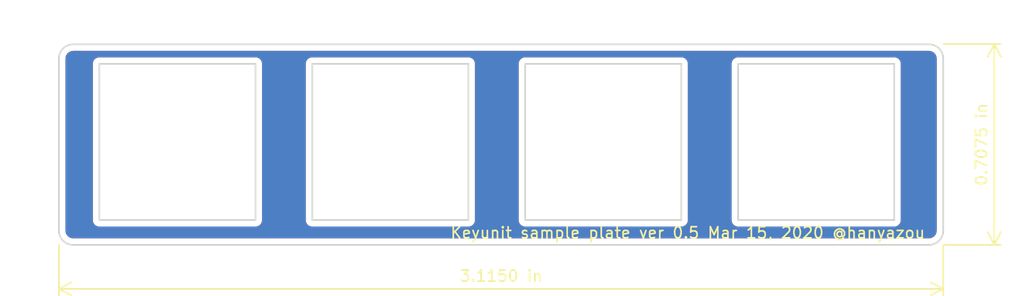
<source format=kicad_pcb>
(kicad_pcb (version 20171130) (host pcbnew "(5.1.5-0-10_14)")

  (general
    (thickness 1.6)
    (drawings 27)
    (tracks 0)
    (zones 0)
    (modules 0)
    (nets 1)
  )

  (page A4)
  (layers
    (0 F.Cu signal)
    (31 B.Cu signal)
    (32 B.Adhes user)
    (33 F.Adhes user)
    (34 B.Paste user)
    (35 F.Paste user)
    (36 B.SilkS user)
    (37 F.SilkS user)
    (38 B.Mask user)
    (39 F.Mask user)
    (40 Dwgs.User user)
    (41 Cmts.User user)
    (42 Eco1.User user)
    (43 Eco2.User user)
    (44 Edge.Cuts user)
    (45 Margin user)
    (46 B.CrtYd user)
    (47 F.CrtYd user)
    (48 B.Fab user)
    (49 F.Fab user)
  )

  (setup
    (last_trace_width 0.25)
    (trace_clearance 0.2)
    (zone_clearance 0.508)
    (zone_45_only no)
    (trace_min 0.2)
    (via_size 0.8)
    (via_drill 0.4)
    (via_min_size 0.4)
    (via_min_drill 0.3)
    (uvia_size 0.3)
    (uvia_drill 0.1)
    (uvias_allowed no)
    (uvia_min_size 0.2)
    (uvia_min_drill 0.1)
    (edge_width 0.15)
    (segment_width 0.2)
    (pcb_text_width 0.25)
    (pcb_text_size 1 1)
    (mod_edge_width 0.15)
    (mod_text_size 1 1)
    (mod_text_width 0.15)
    (pad_size 2.2 2.2)
    (pad_drill 2.2)
    (pad_to_mask_clearance 0.051)
    (solder_mask_min_width 0.25)
    (aux_axis_origin 0 0)
    (grid_origin 24.511 70.485)
    (visible_elements 7FFFFFFF)
    (pcbplotparams
      (layerselection 0x030f0_ffffffff)
      (usegerberextensions false)
      (usegerberattributes false)
      (usegerberadvancedattributes false)
      (creategerberjobfile false)
      (excludeedgelayer true)
      (linewidth 0.100000)
      (plotframeref false)
      (viasonmask false)
      (mode 1)
      (useauxorigin false)
      (hpglpennumber 1)
      (hpglpenspeed 20)
      (hpglpendiameter 15.000000)
      (psnegative false)
      (psa4output false)
      (plotreference true)
      (plotvalue true)
      (plotinvisibletext false)
      (padsonsilk false)
      (subtractmaskfromsilk false)
      (outputformat 1)
      (mirror false)
      (drillshape 0)
      (scaleselection 1)
      (outputdirectory "keyunit-plate-0.5"))
  )

  (net 0 "")

  (net_class Default "This is the default net class."
    (clearance 0.2)
    (trace_width 0.25)
    (via_dia 0.8)
    (via_drill 0.4)
    (uvia_dia 0.3)
    (uvia_drill 0.1)
  )

  (dimension 17.9705 (width 0.15) (layer F.SilkS)
    (gr_text "17.9705 mm" (at 98.8995 70.70725 90) (layer F.SilkS)
      (effects (font (size 1 1) (thickness 0.15)))
    )
    (feature1 (pts (xy 93.0275 61.722) (xy 98.185921 61.722)))
    (feature2 (pts (xy 93.0275 79.6925) (xy 98.185921 79.6925)))
    (crossbar (pts (xy 97.5995 79.6925) (xy 97.5995 61.722)))
    (arrow1a (pts (xy 97.5995 61.722) (xy 98.185921 62.848504)))
    (arrow1b (pts (xy 97.5995 61.722) (xy 97.013079 62.848504)))
    (arrow2a (pts (xy 97.5995 79.6925) (xy 98.185921 78.565996)))
    (arrow2b (pts (xy 97.5995 79.6925) (xy 97.013079 78.565996)))
  )
  (dimension 79.121 (width 0.15) (layer F.SilkS)
    (gr_text "79.121 mm" (at 53.467 84.9295) (layer F.SilkS)
      (effects (font (size 1 1) (thickness 0.15)))
    )
    (feature1 (pts (xy 93.0275 79.6925) (xy 93.0275 84.215921)))
    (feature2 (pts (xy 13.9065 79.6925) (xy 13.9065 84.215921)))
    (crossbar (pts (xy 13.9065 83.6295) (xy 93.0275 83.6295)))
    (arrow1a (pts (xy 93.0275 83.6295) (xy 91.900996 84.215921)))
    (arrow1b (pts (xy 93.0275 83.6295) (xy 91.900996 83.043079)))
    (arrow2a (pts (xy 13.9065 83.6295) (xy 15.033004 84.215921)))
    (arrow2b (pts (xy 13.9065 83.6295) (xy 15.033004 83.043079)))
  )
  (gr_text "Keyunit sample plate ver 0.5 Mar 15, 2020 @hanyazou" (at 70.1675 78.613) (layer F.SilkS)
    (effects (font (size 1 1) (thickness 0.15)))
  )
  (gr_line (start 17.526 63.5) (end 31.496 63.5) (layer Edge.Cuts) (width 0.15) (tstamp 5EBEBC1E))
  (gr_line (start 31.496 63.5) (end 31.496 77.47) (layer Edge.Cuts) (width 0.15) (tstamp 5EBEBC1D))
  (gr_line (start 17.526 77.47) (end 17.526 63.5) (layer Edge.Cuts) (width 0.15) (tstamp 5EBEBC1C))
  (gr_line (start 31.496 77.47) (end 17.526 77.47) (layer Edge.Cuts) (width 0.15) (tstamp 5EBEBC1B))
  (gr_line (start 36.576 63.5) (end 50.546 63.5) (layer Edge.Cuts) (width 0.15) (tstamp 5EBEBC16))
  (gr_line (start 50.546 77.47) (end 36.576 77.47) (layer Edge.Cuts) (width 0.15) (tstamp 5EBEBC15))
  (gr_line (start 36.576 77.47) (end 36.576 63.5) (layer Edge.Cuts) (width 0.15) (tstamp 5EBEBC14))
  (gr_line (start 50.546 63.5) (end 50.546 77.47) (layer Edge.Cuts) (width 0.15) (tstamp 5EBEBC13))
  (gr_line (start 69.596 77.47) (end 55.626 77.47) (layer Edge.Cuts) (width 0.15) (tstamp 5EBEBC0E))
  (gr_line (start 55.626 63.5) (end 69.596 63.5) (layer Edge.Cuts) (width 0.15) (tstamp 5EBEBC0D))
  (gr_line (start 55.626 77.47) (end 55.626 63.5) (layer Edge.Cuts) (width 0.15) (tstamp 5EBEBC0C))
  (gr_line (start 69.596 63.5) (end 69.596 77.47) (layer Edge.Cuts) (width 0.15) (tstamp 5EBEBC0B))
  (gr_line (start 74.676 77.47) (end 74.676 63.5) (layer Edge.Cuts) (width 0.15) (tstamp 5EBEBC07))
  (gr_line (start 88.646 77.47) (end 74.676 77.47) (layer Edge.Cuts) (width 0.15))
  (gr_line (start 88.646 63.5) (end 88.646 77.47) (layer Edge.Cuts) (width 0.15))
  (gr_line (start 74.676 63.5) (end 88.646 63.5) (layer Edge.Cuts) (width 0.15))
  (gr_arc (start 91.7575 63.02375) (end 93.0275 63.02375) (angle -90) (layer Edge.Cuts) (width 0.15) (tstamp 5EBF1764))
  (gr_arc (start 91.7575 78.4225) (end 91.7575 79.6925) (angle -90) (layer Edge.Cuts) (width 0.15) (tstamp 5EBF1752))
  (gr_arc (start 15.1765 78.4225) (end 13.9065 78.4225) (angle -90) (layer Edge.Cuts) (width 0.15) (tstamp 5EBF3CDE))
  (gr_arc (start 15.1765 63.02375) (end 15.1765 61.75375) (angle -90) (layer Edge.Cuts) (width 0.15))
  (gr_line (start 13.9065 78.4225) (end 13.9065 63.02375) (layer Edge.Cuts) (width 0.15) (tstamp 5EBF0403))
  (gr_line (start 91.7575 79.6925) (end 15.1765 79.6925) (layer Edge.Cuts) (width 0.15) (tstamp 5EBF4D83))
  (gr_line (start 93.0275 63.02375) (end 93.0275 78.4225) (layer Edge.Cuts) (width 0.15))
  (gr_line (start 15.1765 61.75375) (end 91.7575 61.75375) (layer Edge.Cuts) (width 0.15))

  (zone (net 0) (net_name "") (layer F.Cu) (tstamp 5EBF206E) (hatch edge 0.508)
    (connect_pads (clearance 0.508))
    (min_thickness 0.254)
    (fill yes (arc_segments 32) (thermal_gap 0.508) (thermal_bridge_width 0.508))
    (polygon
      (pts
        (xy 98.32975 83.97875) (xy 8.636 83.97875) (xy 8.636 57.785) (xy 98.32975 57.785)
      )
    )
    (filled_polygon
      (pts
        (xy 91.865609 62.477755) (xy 91.969601 62.509152) (xy 92.065514 62.560149) (xy 92.149694 62.628805) (xy 92.21894 62.712508)
        (xy 92.270605 62.808061) (xy 92.302727 62.911828) (xy 92.3175 63.052391) (xy 92.317501 78.38777) (xy 92.303495 78.530609)
        (xy 92.272099 78.634599) (xy 92.221101 78.730513) (xy 92.152441 78.814699) (xy 92.068743 78.883939) (xy 91.973189 78.935605)
        (xy 91.869422 78.967727) (xy 91.728859 78.9825) (xy 15.21122 78.9825) (xy 15.068391 78.968495) (xy 14.964401 78.937099)
        (xy 14.868487 78.886101) (xy 14.784301 78.817441) (xy 14.715061 78.733743) (xy 14.663395 78.638189) (xy 14.631273 78.534422)
        (xy 14.6165 78.393859) (xy 14.6165 63.5) (xy 16.812565 63.5) (xy 16.816001 63.534887) (xy 16.816 77.435123)
        (xy 16.812565 77.47) (xy 16.826273 77.609184) (xy 16.866872 77.74302) (xy 16.9328 77.866363) (xy 17.021525 77.974475)
        (xy 17.101334 78.039972) (xy 17.129637 78.0632) (xy 17.25298 78.129128) (xy 17.386816 78.169727) (xy 17.526 78.183435)
        (xy 17.560877 78.18) (xy 31.461123 78.18) (xy 31.496 78.183435) (xy 31.530877 78.18) (xy 31.635184 78.169727)
        (xy 31.76902 78.129128) (xy 31.892363 78.0632) (xy 32.000475 77.974475) (xy 32.0892 77.866363) (xy 32.155128 77.74302)
        (xy 32.195727 77.609184) (xy 32.209435 77.47) (xy 32.206 77.435123) (xy 32.206 63.534877) (xy 32.209435 63.5)
        (xy 35.862565 63.5) (xy 35.866001 63.534887) (xy 35.866 77.435123) (xy 35.862565 77.47) (xy 35.876273 77.609184)
        (xy 35.916872 77.74302) (xy 35.9828 77.866363) (xy 36.071525 77.974475) (xy 36.151334 78.039972) (xy 36.179637 78.0632)
        (xy 36.30298 78.129128) (xy 36.436816 78.169727) (xy 36.576 78.183435) (xy 36.610877 78.18) (xy 50.511123 78.18)
        (xy 50.546 78.183435) (xy 50.580877 78.18) (xy 50.685184 78.169727) (xy 50.81902 78.129128) (xy 50.942363 78.0632)
        (xy 51.050475 77.974475) (xy 51.1392 77.866363) (xy 51.205128 77.74302) (xy 51.245727 77.609184) (xy 51.259435 77.47)
        (xy 51.256 77.435123) (xy 51.256 63.534877) (xy 51.259435 63.5) (xy 54.912565 63.5) (xy 54.916001 63.534887)
        (xy 54.916 77.435123) (xy 54.912565 77.47) (xy 54.926273 77.609184) (xy 54.966872 77.74302) (xy 55.0328 77.866363)
        (xy 55.121525 77.974475) (xy 55.201334 78.039972) (xy 55.229637 78.0632) (xy 55.35298 78.129128) (xy 55.486816 78.169727)
        (xy 55.626 78.183435) (xy 55.660877 78.18) (xy 69.561123 78.18) (xy 69.596 78.183435) (xy 69.630877 78.18)
        (xy 69.735184 78.169727) (xy 69.86902 78.129128) (xy 69.992363 78.0632) (xy 70.100475 77.974475) (xy 70.1892 77.866363)
        (xy 70.255128 77.74302) (xy 70.295727 77.609184) (xy 70.309435 77.47) (xy 70.306 77.435123) (xy 70.306 63.534877)
        (xy 70.309435 63.5) (xy 73.962565 63.5) (xy 73.966001 63.534887) (xy 73.966 77.435123) (xy 73.962565 77.47)
        (xy 73.976273 77.609184) (xy 74.016872 77.74302) (xy 74.0828 77.866363) (xy 74.171525 77.974475) (xy 74.251334 78.039972)
        (xy 74.279637 78.0632) (xy 74.40298 78.129128) (xy 74.536816 78.169727) (xy 74.676 78.183435) (xy 74.710877 78.18)
        (xy 88.611123 78.18) (xy 88.646 78.183435) (xy 88.680877 78.18) (xy 88.785184 78.169727) (xy 88.91902 78.129128)
        (xy 89.042363 78.0632) (xy 89.150475 77.974475) (xy 89.2392 77.866363) (xy 89.305128 77.74302) (xy 89.345727 77.609184)
        (xy 89.359435 77.47) (xy 89.356 77.435123) (xy 89.356 63.534877) (xy 89.359435 63.5) (xy 89.345727 63.360816)
        (xy 89.305128 63.22698) (xy 89.2392 63.103637) (xy 89.150475 62.995525) (xy 89.042363 62.9068) (xy 88.91902 62.840872)
        (xy 88.785184 62.800273) (xy 88.680877 62.79) (xy 88.646 62.786565) (xy 88.611123 62.79) (xy 74.710877 62.79)
        (xy 74.676 62.786565) (xy 74.641123 62.79) (xy 74.536816 62.800273) (xy 74.40298 62.840872) (xy 74.279637 62.9068)
        (xy 74.171525 62.995525) (xy 74.0828 63.103637) (xy 74.016872 63.22698) (xy 73.976273 63.360816) (xy 73.962565 63.5)
        (xy 70.309435 63.5) (xy 70.295727 63.360816) (xy 70.255128 63.22698) (xy 70.1892 63.103637) (xy 70.100475 62.995525)
        (xy 69.992363 62.9068) (xy 69.86902 62.840872) (xy 69.735184 62.800273) (xy 69.630877 62.79) (xy 69.596 62.786565)
        (xy 69.561123 62.79) (xy 55.660877 62.79) (xy 55.626 62.786565) (xy 55.591123 62.79) (xy 55.486816 62.800273)
        (xy 55.35298 62.840872) (xy 55.229637 62.9068) (xy 55.121525 62.995525) (xy 55.0328 63.103637) (xy 54.966872 63.22698)
        (xy 54.926273 63.360816) (xy 54.912565 63.5) (xy 51.259435 63.5) (xy 51.245727 63.360816) (xy 51.205128 63.22698)
        (xy 51.1392 63.103637) (xy 51.050475 62.995525) (xy 50.942363 62.9068) (xy 50.81902 62.840872) (xy 50.685184 62.800273)
        (xy 50.580877 62.79) (xy 50.546 62.786565) (xy 50.511123 62.79) (xy 36.610877 62.79) (xy 36.576 62.786565)
        (xy 36.541123 62.79) (xy 36.436816 62.800273) (xy 36.30298 62.840872) (xy 36.179637 62.9068) (xy 36.071525 62.995525)
        (xy 35.9828 63.103637) (xy 35.916872 63.22698) (xy 35.876273 63.360816) (xy 35.862565 63.5) (xy 32.209435 63.5)
        (xy 32.195727 63.360816) (xy 32.155128 63.22698) (xy 32.0892 63.103637) (xy 32.000475 62.995525) (xy 31.892363 62.9068)
        (xy 31.76902 62.840872) (xy 31.635184 62.800273) (xy 31.530877 62.79) (xy 31.496 62.786565) (xy 31.461123 62.79)
        (xy 17.560877 62.79) (xy 17.526 62.786565) (xy 17.491123 62.79) (xy 17.386816 62.800273) (xy 17.25298 62.840872)
        (xy 17.129637 62.9068) (xy 17.021525 62.995525) (xy 16.9328 63.103637) (xy 16.866872 63.22698) (xy 16.826273 63.360816)
        (xy 16.812565 63.5) (xy 14.6165 63.5) (xy 14.6165 63.05847) (xy 14.630505 62.915641) (xy 14.661902 62.811649)
        (xy 14.712899 62.715736) (xy 14.781555 62.631556) (xy 14.865258 62.56231) (xy 14.960811 62.510645) (xy 15.064578 62.478523)
        (xy 15.205141 62.46375) (xy 91.72278 62.46375)
      )
    )
  )
  (zone (net 0) (net_name "") (layer B.Cu) (tstamp 5EBF206B) (hatch edge 0.508)
    (connect_pads (clearance 0.508))
    (min_thickness 0.254)
    (fill yes (arc_segments 32) (thermal_gap 0.508) (thermal_bridge_width 0.508))
    (polygon
      (pts
        (xy 98.32975 83.97875) (xy 8.636 83.97875) (xy 8.636 57.785) (xy 98.32975 57.785)
      )
    )
    (filled_polygon
      (pts
        (xy 91.865609 62.477755) (xy 91.969601 62.509152) (xy 92.065514 62.560149) (xy 92.149694 62.628805) (xy 92.21894 62.712508)
        (xy 92.270605 62.808061) (xy 92.302727 62.911828) (xy 92.3175 63.052391) (xy 92.317501 78.38777) (xy 92.303495 78.530609)
        (xy 92.272099 78.634599) (xy 92.221101 78.730513) (xy 92.152441 78.814699) (xy 92.068743 78.883939) (xy 91.973189 78.935605)
        (xy 91.869422 78.967727) (xy 91.728859 78.9825) (xy 15.21122 78.9825) (xy 15.068391 78.968495) (xy 14.964401 78.937099)
        (xy 14.868487 78.886101) (xy 14.784301 78.817441) (xy 14.715061 78.733743) (xy 14.663395 78.638189) (xy 14.631273 78.534422)
        (xy 14.6165 78.393859) (xy 14.6165 63.5) (xy 16.812565 63.5) (xy 16.816001 63.534887) (xy 16.816 77.435123)
        (xy 16.812565 77.47) (xy 16.826273 77.609184) (xy 16.866872 77.74302) (xy 16.9328 77.866363) (xy 17.021525 77.974475)
        (xy 17.101334 78.039972) (xy 17.129637 78.0632) (xy 17.25298 78.129128) (xy 17.386816 78.169727) (xy 17.526 78.183435)
        (xy 17.560877 78.18) (xy 31.461123 78.18) (xy 31.496 78.183435) (xy 31.530877 78.18) (xy 31.635184 78.169727)
        (xy 31.76902 78.129128) (xy 31.892363 78.0632) (xy 32.000475 77.974475) (xy 32.0892 77.866363) (xy 32.155128 77.74302)
        (xy 32.195727 77.609184) (xy 32.209435 77.47) (xy 32.206 77.435123) (xy 32.206 63.534877) (xy 32.209435 63.5)
        (xy 35.862565 63.5) (xy 35.866001 63.534887) (xy 35.866 77.435123) (xy 35.862565 77.47) (xy 35.876273 77.609184)
        (xy 35.916872 77.74302) (xy 35.9828 77.866363) (xy 36.071525 77.974475) (xy 36.151334 78.039972) (xy 36.179637 78.0632)
        (xy 36.30298 78.129128) (xy 36.436816 78.169727) (xy 36.576 78.183435) (xy 36.610877 78.18) (xy 50.511123 78.18)
        (xy 50.546 78.183435) (xy 50.580877 78.18) (xy 50.685184 78.169727) (xy 50.81902 78.129128) (xy 50.942363 78.0632)
        (xy 51.050475 77.974475) (xy 51.1392 77.866363) (xy 51.205128 77.74302) (xy 51.245727 77.609184) (xy 51.259435 77.47)
        (xy 51.256 77.435123) (xy 51.256 63.534877) (xy 51.259435 63.5) (xy 54.912565 63.5) (xy 54.916001 63.534887)
        (xy 54.916 77.435123) (xy 54.912565 77.47) (xy 54.926273 77.609184) (xy 54.966872 77.74302) (xy 55.0328 77.866363)
        (xy 55.121525 77.974475) (xy 55.201334 78.039972) (xy 55.229637 78.0632) (xy 55.35298 78.129128) (xy 55.486816 78.169727)
        (xy 55.626 78.183435) (xy 55.660877 78.18) (xy 69.561123 78.18) (xy 69.596 78.183435) (xy 69.630877 78.18)
        (xy 69.735184 78.169727) (xy 69.86902 78.129128) (xy 69.992363 78.0632) (xy 70.100475 77.974475) (xy 70.1892 77.866363)
        (xy 70.255128 77.74302) (xy 70.295727 77.609184) (xy 70.309435 77.47) (xy 70.306 77.435123) (xy 70.306 63.534877)
        (xy 70.309435 63.5) (xy 73.962565 63.5) (xy 73.966001 63.534887) (xy 73.966 77.435123) (xy 73.962565 77.47)
        (xy 73.976273 77.609184) (xy 74.016872 77.74302) (xy 74.0828 77.866363) (xy 74.171525 77.974475) (xy 74.251334 78.039972)
        (xy 74.279637 78.0632) (xy 74.40298 78.129128) (xy 74.536816 78.169727) (xy 74.676 78.183435) (xy 74.710877 78.18)
        (xy 88.611123 78.18) (xy 88.646 78.183435) (xy 88.680877 78.18) (xy 88.785184 78.169727) (xy 88.91902 78.129128)
        (xy 89.042363 78.0632) (xy 89.150475 77.974475) (xy 89.2392 77.866363) (xy 89.305128 77.74302) (xy 89.345727 77.609184)
        (xy 89.359435 77.47) (xy 89.356 77.435123) (xy 89.356 63.534877) (xy 89.359435 63.5) (xy 89.345727 63.360816)
        (xy 89.305128 63.22698) (xy 89.2392 63.103637) (xy 89.150475 62.995525) (xy 89.042363 62.9068) (xy 88.91902 62.840872)
        (xy 88.785184 62.800273) (xy 88.680877 62.79) (xy 88.646 62.786565) (xy 88.611123 62.79) (xy 74.710877 62.79)
        (xy 74.676 62.786565) (xy 74.641123 62.79) (xy 74.536816 62.800273) (xy 74.40298 62.840872) (xy 74.279637 62.9068)
        (xy 74.171525 62.995525) (xy 74.0828 63.103637) (xy 74.016872 63.22698) (xy 73.976273 63.360816) (xy 73.962565 63.5)
        (xy 70.309435 63.5) (xy 70.295727 63.360816) (xy 70.255128 63.22698) (xy 70.1892 63.103637) (xy 70.100475 62.995525)
        (xy 69.992363 62.9068) (xy 69.86902 62.840872) (xy 69.735184 62.800273) (xy 69.630877 62.79) (xy 69.596 62.786565)
        (xy 69.561123 62.79) (xy 55.660877 62.79) (xy 55.626 62.786565) (xy 55.591123 62.79) (xy 55.486816 62.800273)
        (xy 55.35298 62.840872) (xy 55.229637 62.9068) (xy 55.121525 62.995525) (xy 55.0328 63.103637) (xy 54.966872 63.22698)
        (xy 54.926273 63.360816) (xy 54.912565 63.5) (xy 51.259435 63.5) (xy 51.245727 63.360816) (xy 51.205128 63.22698)
        (xy 51.1392 63.103637) (xy 51.050475 62.995525) (xy 50.942363 62.9068) (xy 50.81902 62.840872) (xy 50.685184 62.800273)
        (xy 50.580877 62.79) (xy 50.546 62.786565) (xy 50.511123 62.79) (xy 36.610877 62.79) (xy 36.576 62.786565)
        (xy 36.541123 62.79) (xy 36.436816 62.800273) (xy 36.30298 62.840872) (xy 36.179637 62.9068) (xy 36.071525 62.995525)
        (xy 35.9828 63.103637) (xy 35.916872 63.22698) (xy 35.876273 63.360816) (xy 35.862565 63.5) (xy 32.209435 63.5)
        (xy 32.195727 63.360816) (xy 32.155128 63.22698) (xy 32.0892 63.103637) (xy 32.000475 62.995525) (xy 31.892363 62.9068)
        (xy 31.76902 62.840872) (xy 31.635184 62.800273) (xy 31.530877 62.79) (xy 31.496 62.786565) (xy 31.461123 62.79)
        (xy 17.560877 62.79) (xy 17.526 62.786565) (xy 17.491123 62.79) (xy 17.386816 62.800273) (xy 17.25298 62.840872)
        (xy 17.129637 62.9068) (xy 17.021525 62.995525) (xy 16.9328 63.103637) (xy 16.866872 63.22698) (xy 16.826273 63.360816)
        (xy 16.812565 63.5) (xy 14.6165 63.5) (xy 14.6165 63.05847) (xy 14.630505 62.915641) (xy 14.661902 62.811649)
        (xy 14.712899 62.715736) (xy 14.781555 62.631556) (xy 14.865258 62.56231) (xy 14.960811 62.510645) (xy 15.064578 62.478523)
        (xy 15.205141 62.46375) (xy 91.72278 62.46375)
      )
    )
  )
)

</source>
